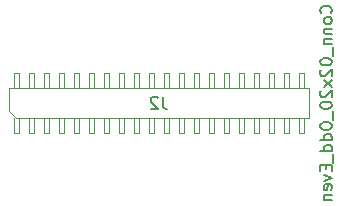
<source format=gbr>
G04 #@! TF.GenerationSoftware,KiCad,Pcbnew,(5.1.6)-1*
G04 #@! TF.CreationDate,2020-11-06T20:35:06+01:00*
G04 #@! TF.ProjectId,DynOSSAT-EDU-Comms,44796e4f-5353-4415-942d-4544552d436f,rev?*
G04 #@! TF.SameCoordinates,Original*
G04 #@! TF.FileFunction,Other,Fab,Bot*
%FSLAX46Y46*%
G04 Gerber Fmt 4.6, Leading zero omitted, Abs format (unit mm)*
G04 Created by KiCad (PCBNEW (5.1.6)-1) date 2020-11-06 20:35:06*
%MOMM*%
%LPD*%
G01*
G04 APERTURE LIST*
%ADD10C,0.100000*%
%ADD11C,0.150000*%
G04 APERTURE END LIST*
D10*
X136271000Y-91186000D02*
X136271000Y-93091000D01*
X136271000Y-93091000D02*
X136906000Y-93726000D01*
X136906000Y-93726000D02*
X161671000Y-93726000D01*
X161671000Y-93726000D02*
X161671000Y-91186000D01*
X161671000Y-91186000D02*
X136271000Y-91186000D01*
X136706000Y-89901000D02*
X136706000Y-91186000D01*
X137106000Y-91186000D02*
X137106000Y-89901000D01*
X137106000Y-89901000D02*
X136706000Y-89901000D01*
X136706000Y-93726000D02*
X136706000Y-95011000D01*
X136706000Y-95011000D02*
X137106000Y-95011000D01*
X137106000Y-95011000D02*
X137106000Y-93726000D01*
X137976000Y-89901000D02*
X137976000Y-91186000D01*
X138376000Y-91186000D02*
X138376000Y-89901000D01*
X138376000Y-89901000D02*
X137976000Y-89901000D01*
X137976000Y-93726000D02*
X137976000Y-95011000D01*
X137976000Y-95011000D02*
X138376000Y-95011000D01*
X138376000Y-95011000D02*
X138376000Y-93726000D01*
X139246000Y-89901000D02*
X139246000Y-91186000D01*
X139646000Y-91186000D02*
X139646000Y-89901000D01*
X139646000Y-89901000D02*
X139246000Y-89901000D01*
X139246000Y-93726000D02*
X139246000Y-95011000D01*
X139246000Y-95011000D02*
X139646000Y-95011000D01*
X139646000Y-95011000D02*
X139646000Y-93726000D01*
X140516000Y-89901000D02*
X140516000Y-91186000D01*
X140916000Y-91186000D02*
X140916000Y-89901000D01*
X140916000Y-89901000D02*
X140516000Y-89901000D01*
X140516000Y-93726000D02*
X140516000Y-95011000D01*
X140516000Y-95011000D02*
X140916000Y-95011000D01*
X140916000Y-95011000D02*
X140916000Y-93726000D01*
X141786000Y-89901000D02*
X141786000Y-91186000D01*
X142186000Y-91186000D02*
X142186000Y-89901000D01*
X142186000Y-89901000D02*
X141786000Y-89901000D01*
X141786000Y-93726000D02*
X141786000Y-95011000D01*
X141786000Y-95011000D02*
X142186000Y-95011000D01*
X142186000Y-95011000D02*
X142186000Y-93726000D01*
X143056000Y-89901000D02*
X143056000Y-91186000D01*
X143456000Y-91186000D02*
X143456000Y-89901000D01*
X143456000Y-89901000D02*
X143056000Y-89901000D01*
X143056000Y-93726000D02*
X143056000Y-95011000D01*
X143056000Y-95011000D02*
X143456000Y-95011000D01*
X143456000Y-95011000D02*
X143456000Y-93726000D01*
X144326000Y-89901000D02*
X144326000Y-91186000D01*
X144726000Y-91186000D02*
X144726000Y-89901000D01*
X144726000Y-89901000D02*
X144326000Y-89901000D01*
X144326000Y-93726000D02*
X144326000Y-95011000D01*
X144326000Y-95011000D02*
X144726000Y-95011000D01*
X144726000Y-95011000D02*
X144726000Y-93726000D01*
X145596000Y-89901000D02*
X145596000Y-91186000D01*
X145996000Y-91186000D02*
X145996000Y-89901000D01*
X145996000Y-89901000D02*
X145596000Y-89901000D01*
X145596000Y-93726000D02*
X145596000Y-95011000D01*
X145596000Y-95011000D02*
X145996000Y-95011000D01*
X145996000Y-95011000D02*
X145996000Y-93726000D01*
X146866000Y-89901000D02*
X146866000Y-91186000D01*
X147266000Y-91186000D02*
X147266000Y-89901000D01*
X147266000Y-89901000D02*
X146866000Y-89901000D01*
X146866000Y-93726000D02*
X146866000Y-95011000D01*
X146866000Y-95011000D02*
X147266000Y-95011000D01*
X147266000Y-95011000D02*
X147266000Y-93726000D01*
X148136000Y-89901000D02*
X148136000Y-91186000D01*
X148536000Y-91186000D02*
X148536000Y-89901000D01*
X148536000Y-89901000D02*
X148136000Y-89901000D01*
X148136000Y-93726000D02*
X148136000Y-95011000D01*
X148136000Y-95011000D02*
X148536000Y-95011000D01*
X148536000Y-95011000D02*
X148536000Y-93726000D01*
X149406000Y-89901000D02*
X149406000Y-91186000D01*
X149806000Y-91186000D02*
X149806000Y-89901000D01*
X149806000Y-89901000D02*
X149406000Y-89901000D01*
X149406000Y-93726000D02*
X149406000Y-95011000D01*
X149406000Y-95011000D02*
X149806000Y-95011000D01*
X149806000Y-95011000D02*
X149806000Y-93726000D01*
X150676000Y-89901000D02*
X150676000Y-91186000D01*
X151076000Y-91186000D02*
X151076000Y-89901000D01*
X151076000Y-89901000D02*
X150676000Y-89901000D01*
X150676000Y-93726000D02*
X150676000Y-95011000D01*
X150676000Y-95011000D02*
X151076000Y-95011000D01*
X151076000Y-95011000D02*
X151076000Y-93726000D01*
X151946000Y-89901000D02*
X151946000Y-91186000D01*
X152346000Y-91186000D02*
X152346000Y-89901000D01*
X152346000Y-89901000D02*
X151946000Y-89901000D01*
X151946000Y-93726000D02*
X151946000Y-95011000D01*
X151946000Y-95011000D02*
X152346000Y-95011000D01*
X152346000Y-95011000D02*
X152346000Y-93726000D01*
X153216000Y-89901000D02*
X153216000Y-91186000D01*
X153616000Y-91186000D02*
X153616000Y-89901000D01*
X153616000Y-89901000D02*
X153216000Y-89901000D01*
X153216000Y-93726000D02*
X153216000Y-95011000D01*
X153216000Y-95011000D02*
X153616000Y-95011000D01*
X153616000Y-95011000D02*
X153616000Y-93726000D01*
X154486000Y-89901000D02*
X154486000Y-91186000D01*
X154886000Y-91186000D02*
X154886000Y-89901000D01*
X154886000Y-89901000D02*
X154486000Y-89901000D01*
X154486000Y-93726000D02*
X154486000Y-95011000D01*
X154486000Y-95011000D02*
X154886000Y-95011000D01*
X154886000Y-95011000D02*
X154886000Y-93726000D01*
X155756000Y-89901000D02*
X155756000Y-91186000D01*
X156156000Y-91186000D02*
X156156000Y-89901000D01*
X156156000Y-89901000D02*
X155756000Y-89901000D01*
X155756000Y-93726000D02*
X155756000Y-95011000D01*
X155756000Y-95011000D02*
X156156000Y-95011000D01*
X156156000Y-95011000D02*
X156156000Y-93726000D01*
X157026000Y-89901000D02*
X157026000Y-91186000D01*
X157426000Y-91186000D02*
X157426000Y-89901000D01*
X157426000Y-89901000D02*
X157026000Y-89901000D01*
X157026000Y-93726000D02*
X157026000Y-95011000D01*
X157026000Y-95011000D02*
X157426000Y-95011000D01*
X157426000Y-95011000D02*
X157426000Y-93726000D01*
X158296000Y-89901000D02*
X158296000Y-91186000D01*
X158696000Y-91186000D02*
X158696000Y-89901000D01*
X158696000Y-89901000D02*
X158296000Y-89901000D01*
X158296000Y-93726000D02*
X158296000Y-95011000D01*
X158296000Y-95011000D02*
X158696000Y-95011000D01*
X158696000Y-95011000D02*
X158696000Y-93726000D01*
X159566000Y-89901000D02*
X159566000Y-91186000D01*
X159966000Y-91186000D02*
X159966000Y-89901000D01*
X159966000Y-89901000D02*
X159566000Y-89901000D01*
X159566000Y-93726000D02*
X159566000Y-95011000D01*
X159566000Y-95011000D02*
X159966000Y-95011000D01*
X159966000Y-95011000D02*
X159966000Y-93726000D01*
X160836000Y-89901000D02*
X160836000Y-91186000D01*
X161236000Y-91186000D02*
X161236000Y-89901000D01*
X161236000Y-89901000D02*
X160836000Y-89901000D01*
X160836000Y-93726000D02*
X160836000Y-95011000D01*
X160836000Y-95011000D02*
X161236000Y-95011000D01*
X161236000Y-95011000D02*
X161236000Y-93726000D01*
D11*
X163528142Y-84813142D02*
X163575761Y-84765523D01*
X163623380Y-84622666D01*
X163623380Y-84527428D01*
X163575761Y-84384571D01*
X163480523Y-84289333D01*
X163385285Y-84241714D01*
X163194809Y-84194095D01*
X163051952Y-84194095D01*
X162861476Y-84241714D01*
X162766238Y-84289333D01*
X162671000Y-84384571D01*
X162623380Y-84527428D01*
X162623380Y-84622666D01*
X162671000Y-84765523D01*
X162718619Y-84813142D01*
X163623380Y-85384571D02*
X163575761Y-85289333D01*
X163528142Y-85241714D01*
X163432904Y-85194095D01*
X163147190Y-85194095D01*
X163051952Y-85241714D01*
X163004333Y-85289333D01*
X162956714Y-85384571D01*
X162956714Y-85527428D01*
X163004333Y-85622666D01*
X163051952Y-85670285D01*
X163147190Y-85717904D01*
X163432904Y-85717904D01*
X163528142Y-85670285D01*
X163575761Y-85622666D01*
X163623380Y-85527428D01*
X163623380Y-85384571D01*
X162956714Y-86146476D02*
X163623380Y-86146476D01*
X163051952Y-86146476D02*
X163004333Y-86194095D01*
X162956714Y-86289333D01*
X162956714Y-86432190D01*
X163004333Y-86527428D01*
X163099571Y-86575047D01*
X163623380Y-86575047D01*
X162956714Y-87051238D02*
X163623380Y-87051238D01*
X163051952Y-87051238D02*
X163004333Y-87098857D01*
X162956714Y-87194095D01*
X162956714Y-87336952D01*
X163004333Y-87432190D01*
X163099571Y-87479809D01*
X163623380Y-87479809D01*
X163718619Y-87717904D02*
X163718619Y-88479809D01*
X162623380Y-88908380D02*
X162623380Y-89003619D01*
X162671000Y-89098857D01*
X162718619Y-89146476D01*
X162813857Y-89194095D01*
X163004333Y-89241714D01*
X163242428Y-89241714D01*
X163432904Y-89194095D01*
X163528142Y-89146476D01*
X163575761Y-89098857D01*
X163623380Y-89003619D01*
X163623380Y-88908380D01*
X163575761Y-88813142D01*
X163528142Y-88765523D01*
X163432904Y-88717904D01*
X163242428Y-88670285D01*
X163004333Y-88670285D01*
X162813857Y-88717904D01*
X162718619Y-88765523D01*
X162671000Y-88813142D01*
X162623380Y-88908380D01*
X162718619Y-89622666D02*
X162671000Y-89670285D01*
X162623380Y-89765523D01*
X162623380Y-90003619D01*
X162671000Y-90098857D01*
X162718619Y-90146476D01*
X162813857Y-90194095D01*
X162909095Y-90194095D01*
X163051952Y-90146476D01*
X163623380Y-89575047D01*
X163623380Y-90194095D01*
X163623380Y-90527428D02*
X162956714Y-91051238D01*
X162956714Y-90527428D02*
X163623380Y-91051238D01*
X162718619Y-91384571D02*
X162671000Y-91432190D01*
X162623380Y-91527428D01*
X162623380Y-91765523D01*
X162671000Y-91860761D01*
X162718619Y-91908380D01*
X162813857Y-91956000D01*
X162909095Y-91956000D01*
X163051952Y-91908380D01*
X163623380Y-91336952D01*
X163623380Y-91956000D01*
X162623380Y-92575047D02*
X162623380Y-92670285D01*
X162671000Y-92765523D01*
X162718619Y-92813142D01*
X162813857Y-92860761D01*
X163004333Y-92908380D01*
X163242428Y-92908380D01*
X163432904Y-92860761D01*
X163528142Y-92813142D01*
X163575761Y-92765523D01*
X163623380Y-92670285D01*
X163623380Y-92575047D01*
X163575761Y-92479809D01*
X163528142Y-92432190D01*
X163432904Y-92384571D01*
X163242428Y-92336952D01*
X163004333Y-92336952D01*
X162813857Y-92384571D01*
X162718619Y-92432190D01*
X162671000Y-92479809D01*
X162623380Y-92575047D01*
X163718619Y-93098857D02*
X163718619Y-93860761D01*
X162623380Y-94289333D02*
X162623380Y-94479809D01*
X162671000Y-94575047D01*
X162766238Y-94670285D01*
X162956714Y-94717904D01*
X163290047Y-94717904D01*
X163480523Y-94670285D01*
X163575761Y-94575047D01*
X163623380Y-94479809D01*
X163623380Y-94289333D01*
X163575761Y-94194095D01*
X163480523Y-94098857D01*
X163290047Y-94051238D01*
X162956714Y-94051238D01*
X162766238Y-94098857D01*
X162671000Y-94194095D01*
X162623380Y-94289333D01*
X163623380Y-95575047D02*
X162623380Y-95575047D01*
X163575761Y-95575047D02*
X163623380Y-95479809D01*
X163623380Y-95289333D01*
X163575761Y-95194095D01*
X163528142Y-95146476D01*
X163432904Y-95098857D01*
X163147190Y-95098857D01*
X163051952Y-95146476D01*
X163004333Y-95194095D01*
X162956714Y-95289333D01*
X162956714Y-95479809D01*
X163004333Y-95575047D01*
X163623380Y-96479809D02*
X162623380Y-96479809D01*
X163575761Y-96479809D02*
X163623380Y-96384571D01*
X163623380Y-96194095D01*
X163575761Y-96098857D01*
X163528142Y-96051238D01*
X163432904Y-96003619D01*
X163147190Y-96003619D01*
X163051952Y-96051238D01*
X163004333Y-96098857D01*
X162956714Y-96194095D01*
X162956714Y-96384571D01*
X163004333Y-96479809D01*
X163718619Y-96717904D02*
X163718619Y-97479809D01*
X163099571Y-97717904D02*
X163099571Y-98051238D01*
X163623380Y-98194095D02*
X163623380Y-97717904D01*
X162623380Y-97717904D01*
X162623380Y-98194095D01*
X162956714Y-98527428D02*
X163623380Y-98765523D01*
X162956714Y-99003619D01*
X163575761Y-99765523D02*
X163623380Y-99670285D01*
X163623380Y-99479809D01*
X163575761Y-99384571D01*
X163480523Y-99336952D01*
X163099571Y-99336952D01*
X163004333Y-99384571D01*
X162956714Y-99479809D01*
X162956714Y-99670285D01*
X163004333Y-99765523D01*
X163099571Y-99813142D01*
X163194809Y-99813142D01*
X163290047Y-99336952D01*
X162956714Y-100241714D02*
X163623380Y-100241714D01*
X163051952Y-100241714D02*
X163004333Y-100289333D01*
X162956714Y-100384571D01*
X162956714Y-100527428D01*
X163004333Y-100622666D01*
X163099571Y-100670285D01*
X163623380Y-100670285D01*
X149304333Y-91908380D02*
X149304333Y-92622666D01*
X149351952Y-92765523D01*
X149447190Y-92860761D01*
X149590047Y-92908380D01*
X149685285Y-92908380D01*
X148875761Y-92003619D02*
X148828142Y-91956000D01*
X148732904Y-91908380D01*
X148494809Y-91908380D01*
X148399571Y-91956000D01*
X148351952Y-92003619D01*
X148304333Y-92098857D01*
X148304333Y-92194095D01*
X148351952Y-92336952D01*
X148923380Y-92908380D01*
X148304333Y-92908380D01*
M02*

</source>
